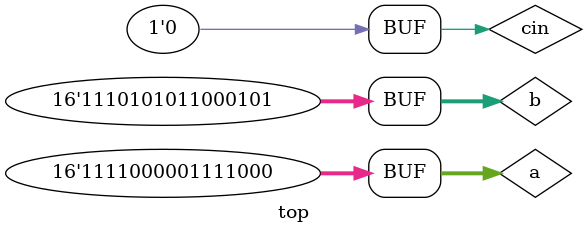
<source format=v>

module top ;

// reg [16:1] a;
// reg [16:1] b;

reg [15:0] a;
reg [15:0] b;
reg cin;

	// Outputs
// wire [16:1] sum;
// wire [16:1] carry1;
// wire [16:0][1:0]carry;
wire [16:0] ans1;

// RCA16bit m1(a,b,cin,sum,cout);
doubling_recursion m2(a,b,cin,ans1);

initial
begin


    a = 16'b0000000000000000;b=16'b0000000000000000;cin = 1'b0;
    #10
    a = 16'b0000000000000001;b=16'b0000000000000000;cin = 1'b0;#10
     a = 16'b0000000000000011;b=16'b0000000000000011;cin = 1'b0; #10;
     a = 16'b0000000000001011;b=16'b0000000000000111;cin = 1'b0; #10;
     a = 16'b0000001100001111;b=16'b0000000000001111;cin = 1'b0; #10;
    // a = 16'd12;b=16'd24;cin = 1'b1; #10;
    a = 16'b0000001100001111;b=16'b0000000000101111;cin = 1'b0; #10;
    a = 16'b0000001100001111;b=16'b0000000010001011;cin = 1'b0; #10;
    a = 16'b0000001100001111;b=16'b0000000000011101;cin = 1'b0; #10;
    a = 16'b0000001100001111;b=16'b0000000001001111;cin = 1'b0; #10;
    a = 16'b0000000001010110;b=16'b0000000001011101;cin = 1'b0; #10;
    a = 16'd5560;b=16'd8101;cin = 1'b0; #10;
    a = 16'd61560;b=16'd60101;cin = 1'b0; #10;



end

initial
begin
// $monitor("time = %2d,")
$monitor("time = %2d,  cin=%d, a=%d, b=%d, Ans=%d", $time,cin,a, b,ans1);
$dumpfile("doubling.vcd");
$dumpvars(0,top);
end

endmodule

</source>
